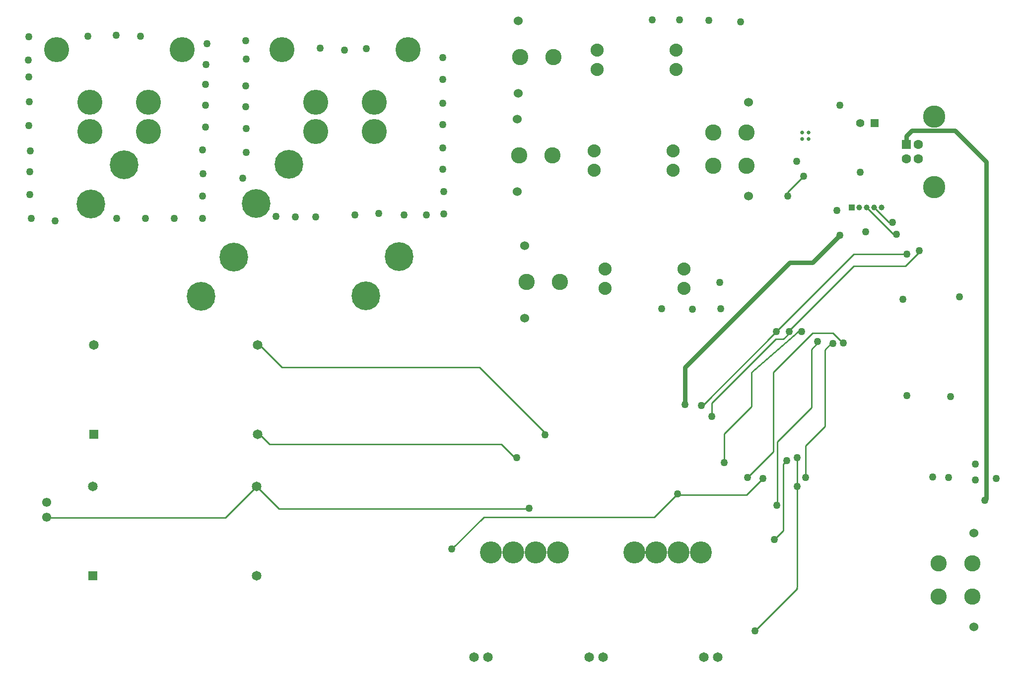
<source format=gbl>
G04*
G04 #@! TF.GenerationSoftware,Altium Limited,Altium Designer,18.1.7 (191)*
G04*
G04 Layer_Physical_Order=4*
G04 Layer_Color=16711680*
%FSLAX25Y25*%
%MOIN*%
G70*
G01*
G75*
%ADD13C,0.01000*%
%ADD75C,0.06100*%
%ADD77C,0.08800*%
%ADD90C,0.06004*%
%ADD91C,0.10925*%
%ADD92C,0.19311*%
%ADD93C,0.14764*%
%ADD94C,0.06496*%
%ADD95C,0.16831*%
%ADD96C,0.03937*%
%ADD97R,0.03937X0.03937*%
%ADD98C,0.02598*%
%ADD99C,0.14961*%
%ADD100R,0.06299X0.06299*%
%ADD101C,0.06299*%
%ADD102R,0.05512X0.05512*%
%ADD103C,0.05512*%
%ADD104R,0.06496X0.06496*%
%ADD105C,0.05000*%
%ADD132C,0.03000*%
D13*
X248000Y398500D02*
X416000Y398500D01*
X91829Y392500D02*
X212000Y392500D01*
X382457Y493543D02*
X426500Y449500D01*
Y448314D02*
Y449500D01*
X249957Y493543D02*
X382457D01*
X586500Y428500D02*
X589000Y431000D01*
X586500Y384000D02*
Y428500D01*
X596000Y413500D02*
Y433000D01*
Y346000D02*
Y413500D01*
X595500Y345500D02*
X596000Y346000D01*
X595500Y345500D02*
X596000Y345000D01*
X580500Y378000D02*
X586500Y384000D01*
X601661Y419543D02*
Y440882D01*
X601500Y441043D02*
X601661Y440882D01*
X601500Y441043D02*
X614500Y454043D01*
X567500Y316500D02*
X596000Y345000D01*
X364000Y371500D02*
X385543Y393043D01*
X233000Y413500D02*
X248000Y398500D01*
X233500Y450000D02*
X241457Y442043D01*
X397343Y442043D02*
X406433Y432953D01*
X241457Y442043D02*
X397343Y442043D01*
X515500Y408043D02*
X562000Y408043D01*
X515043Y408043D02*
X515500D01*
X500043Y393043D02*
X515043Y408043D01*
X385543Y393043D02*
X500043D01*
X233500Y510000D02*
X249957Y493543D01*
X596645Y517500D02*
X598957D01*
X595892Y516748D02*
X596645Y517500D01*
X581957D02*
X633953Y569496D01*
X581900Y517500D02*
X582000D01*
X581900D02*
X581957D01*
X532543Y468043D02*
X582000Y517500D01*
X633953Y569496D02*
X669500D01*
X586634Y512500D02*
X590500Y516366D01*
X581457Y512500D02*
X586634D01*
X633872Y561543D02*
X668500D01*
X591661Y519333D02*
X633872Y561543D01*
X590500Y516366D02*
Y517500D01*
X580668Y503515D02*
X595892Y516748D01*
X565329Y490183D02*
X580668Y503515D01*
X565329Y467372D02*
Y490183D01*
X546839Y448882D02*
X565329Y467372D01*
X609788Y509788D02*
Y511043D01*
X605500Y505500D02*
X609788Y509788D01*
X618733Y509500D02*
X620000D01*
X614500Y505267D02*
X618733Y509500D01*
X614500Y454072D02*
Y505267D01*
X605500Y466500D02*
Y505500D01*
X582500Y443500D02*
X605500Y466500D01*
X531500Y468043D02*
X532543D01*
X538500Y469543D02*
X581457Y512500D01*
X606329Y516500D02*
X620043D01*
X580000Y490200D02*
X606329Y516529D01*
X580000Y437043D02*
Y490171D01*
X582500Y401143D02*
Y443500D01*
X626776Y509767D02*
X626949D01*
X620043Y516500D02*
X626776Y509767D01*
X582400Y401043D02*
X582500Y401143D01*
X562000Y408043D02*
X573000Y419043D01*
X212000Y392500D02*
X233000Y413500D01*
X562500Y419543D02*
X580000Y437043D01*
X546839Y429543D02*
Y448882D01*
X538500Y460543D02*
Y469543D01*
X668500Y561543D02*
X678000Y571043D01*
Y572043D01*
X589500Y608543D02*
Y611161D01*
Y608043D02*
Y608543D01*
Y611161D02*
X600382Y622043D01*
X642500Y601043D02*
X660689Y582854D01*
X662500D01*
X647500Y601043D02*
X657500Y591043D01*
X660000D01*
D75*
X91829Y402843D02*
D03*
Y393000D02*
D03*
D77*
X520000Y546500D02*
D03*
Y559500D02*
D03*
X467000Y546500D02*
D03*
Y559500D02*
D03*
X512500Y626071D02*
D03*
Y639071D02*
D03*
X459500Y626071D02*
D03*
Y639071D02*
D03*
X514500Y693500D02*
D03*
Y706500D02*
D03*
X461500Y693500D02*
D03*
Y706500D02*
D03*
D90*
X563279Y671736D02*
D03*
Y608587D02*
D03*
X714780Y319205D02*
D03*
Y382354D02*
D03*
X408720Y677709D02*
D03*
Y726291D02*
D03*
X408000Y611709D02*
D03*
Y660291D02*
D03*
X413000Y526500D02*
D03*
Y575083D02*
D03*
D91*
X562000Y651382D02*
D03*
Y628941D02*
D03*
X539559Y651382D02*
D03*
Y628941D02*
D03*
X691059Y339559D02*
D03*
Y362000D02*
D03*
X713500Y339559D02*
D03*
Y362000D02*
D03*
X432441Y702000D02*
D03*
X410000D02*
D03*
X431720Y636000D02*
D03*
X409279D02*
D03*
X436721Y550791D02*
D03*
X414280D02*
D03*
D92*
X217770Y567729D02*
D03*
X143880Y629730D02*
D03*
X121610Y603190D02*
D03*
X195500Y541189D02*
D03*
X328671Y568000D02*
D03*
X254781Y630001D02*
D03*
X232511Y603461D02*
D03*
X306402Y541460D02*
D03*
D93*
X390410Y369079D02*
D03*
X405371D02*
D03*
X420331D02*
D03*
X435292D02*
D03*
X486473D02*
D03*
X501434D02*
D03*
X516394D02*
D03*
X531355D02*
D03*
D94*
X379071Y299000D02*
D03*
X388363D02*
D03*
X456237D02*
D03*
X465528D02*
D03*
X533402D02*
D03*
X542694D02*
D03*
X233000Y353500D02*
D03*
Y413500D02*
D03*
X123000D02*
D03*
X233500Y448500D02*
D03*
Y508500D02*
D03*
X123500D02*
D03*
D95*
X250000Y707000D02*
D03*
X334488D02*
D03*
X311929Y671567D02*
D03*
Y651882D02*
D03*
X272559Y671567D02*
D03*
Y651882D02*
D03*
X121071D02*
D03*
Y671567D02*
D03*
X160441Y651882D02*
D03*
Y671567D02*
D03*
X183000Y707000D02*
D03*
X98512D02*
D03*
D96*
X652500Y601043D02*
D03*
X647500D02*
D03*
X642500D02*
D03*
X637500D02*
D03*
D97*
X632500D02*
D03*
D98*
X599428Y646991D02*
D03*
Y651141D02*
D03*
X603601D02*
D03*
Y646991D02*
D03*
D99*
X687890Y662043D02*
D03*
Y614641D02*
D03*
D100*
X669347Y643263D02*
D03*
D101*
Y633421D02*
D03*
X677221Y643263D02*
D03*
Y633421D02*
D03*
D102*
X648000Y657543D02*
D03*
D103*
X638157D02*
D03*
D104*
X123000Y353500D02*
D03*
X123500Y448500D02*
D03*
D105*
X97500Y592000D02*
D03*
X544000Y550500D02*
D03*
X544500Y533000D02*
D03*
X525500Y532500D02*
D03*
X505000Y533000D02*
D03*
X558000Y725500D02*
D03*
X536500Y726500D02*
D03*
X517000Y727000D02*
D03*
X498500D02*
D03*
X292000Y706500D02*
D03*
X358500Y611500D02*
D03*
X358000Y701500D02*
D03*
Y687000D02*
D03*
Y671000D02*
D03*
Y656500D02*
D03*
Y641000D02*
D03*
Y626500D02*
D03*
X306500Y707500D02*
D03*
X275500Y708000D02*
D03*
X358500Y596500D02*
D03*
X347000Y596000D02*
D03*
X332000D02*
D03*
X315000Y597000D02*
D03*
X299000Y596000D02*
D03*
X272500Y594500D02*
D03*
X259000D02*
D03*
X246000Y595000D02*
D03*
X223500Y620500D02*
D03*
X226000Y638000D02*
D03*
Y654000D02*
D03*
X225500Y668500D02*
D03*
Y682500D02*
D03*
X226000Y700500D02*
D03*
X225500Y713000D02*
D03*
X198500Y669500D02*
D03*
Y683500D02*
D03*
X199000Y697000D02*
D03*
X199500Y711000D02*
D03*
X198500Y655000D02*
D03*
X196686Y639500D02*
D03*
X155000Y716000D02*
D03*
X138500Y716500D02*
D03*
X80000Y715500D02*
D03*
X79500Y700000D02*
D03*
X80000Y688500D02*
D03*
X80400Y672000D02*
D03*
X80000Y656000D02*
D03*
X81000Y639071D02*
D03*
X80500Y625000D02*
D03*
Y609500D02*
D03*
X119500Y716000D02*
D03*
X197000Y623500D02*
D03*
X196711Y608587D02*
D03*
X196710Y593500D02*
D03*
X177509D02*
D03*
X158307D02*
D03*
X139105D02*
D03*
X81500D02*
D03*
X520500Y468500D02*
D03*
X729500Y419000D02*
D03*
X697500Y419500D02*
D03*
X687000Y420000D02*
D03*
X715500Y418000D02*
D03*
X426500Y448314D02*
D03*
X715500Y428500D02*
D03*
X669500Y474500D02*
D03*
X698839Y474000D02*
D03*
X722000Y404369D02*
D03*
X596000Y413500D02*
D03*
Y433000D02*
D03*
X589000Y431000D02*
D03*
X601661Y419543D02*
D03*
X407457Y433000D02*
D03*
X704870Y541000D02*
D03*
X624662Y669500D02*
D03*
X642000Y584496D02*
D03*
X622686Y599000D02*
D03*
X364000Y371500D02*
D03*
X638157Y624500D02*
D03*
X416000Y399000D02*
D03*
X515500Y408500D02*
D03*
X598957Y517500D02*
D03*
X581900D02*
D03*
X590500D02*
D03*
X609788Y511043D02*
D03*
X620000Y509500D02*
D03*
X626949Y509767D02*
D03*
X582400Y401043D02*
D03*
X567500Y316500D02*
D03*
X580500Y378000D02*
D03*
X573000Y419043D02*
D03*
X624662Y582354D02*
D03*
X562500Y419543D02*
D03*
X546839Y429543D02*
D03*
X538500Y460543D02*
D03*
X531500Y468043D02*
D03*
X678000Y572043D02*
D03*
X669500Y569496D02*
D03*
X589500Y608543D02*
D03*
X660000Y591043D02*
D03*
X662500Y582854D02*
D03*
X667000Y539370D02*
D03*
X600382Y622043D02*
D03*
X595500Y632043D02*
D03*
D132*
X520500Y468500D02*
Y493500D01*
X591000Y564000D01*
X722000Y404369D02*
X723000Y405369D01*
X723000Y631500D02*
X723000Y405369D01*
X702000Y652500D02*
X723000Y631500D01*
X591000Y564000D02*
X606308D01*
X624662Y582354D01*
X673000Y652500D02*
X702000D01*
X669347Y648847D02*
X673000Y652500D01*
X669347Y643263D02*
Y648847D01*
M02*

</source>
